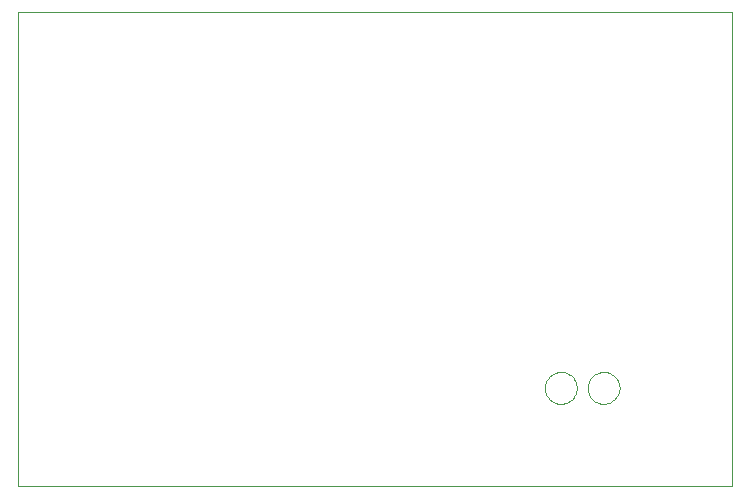
<source format=gbr>
G75*
G70*
%OFA0B0*%
%FSLAX24Y24*%
%IPPOS*%
%LPD*%
%AMOC8*
5,1,8,0,0,1.08239X$1,22.5*
%
%ADD10C,0.0000*%
D10*
X008931Y000385D02*
X008931Y016185D01*
X032731Y016185D01*
X032731Y000385D01*
X008931Y000385D01*
X026500Y003660D02*
X026502Y003706D01*
X026508Y003751D01*
X026518Y003796D01*
X026531Y003839D01*
X026548Y003882D01*
X026569Y003922D01*
X026593Y003961D01*
X026621Y003997D01*
X026652Y004031D01*
X026685Y004063D01*
X026721Y004091D01*
X026759Y004116D01*
X026799Y004138D01*
X026841Y004156D01*
X026884Y004170D01*
X026929Y004181D01*
X026974Y004188D01*
X027020Y004191D01*
X027065Y004190D01*
X027111Y004185D01*
X027156Y004176D01*
X027199Y004164D01*
X027242Y004147D01*
X027283Y004127D01*
X027322Y004104D01*
X027360Y004077D01*
X027394Y004047D01*
X027426Y004015D01*
X027455Y003979D01*
X027481Y003942D01*
X027504Y003902D01*
X027523Y003861D01*
X027538Y003818D01*
X027550Y003773D01*
X027558Y003728D01*
X027562Y003683D01*
X027562Y003637D01*
X027558Y003592D01*
X027550Y003547D01*
X027538Y003502D01*
X027523Y003459D01*
X027504Y003418D01*
X027481Y003378D01*
X027455Y003341D01*
X027426Y003305D01*
X027394Y003273D01*
X027360Y003243D01*
X027322Y003216D01*
X027283Y003193D01*
X027242Y003173D01*
X027199Y003156D01*
X027156Y003144D01*
X027111Y003135D01*
X027065Y003130D01*
X027020Y003129D01*
X026974Y003132D01*
X026929Y003139D01*
X026884Y003150D01*
X026841Y003164D01*
X026799Y003182D01*
X026759Y003204D01*
X026721Y003229D01*
X026685Y003257D01*
X026652Y003289D01*
X026621Y003323D01*
X026593Y003359D01*
X026569Y003398D01*
X026548Y003438D01*
X026531Y003481D01*
X026518Y003524D01*
X026508Y003569D01*
X026502Y003614D01*
X026500Y003660D01*
X027925Y003660D02*
X027927Y003706D01*
X027933Y003751D01*
X027943Y003796D01*
X027956Y003839D01*
X027973Y003882D01*
X027994Y003922D01*
X028018Y003961D01*
X028046Y003997D01*
X028077Y004031D01*
X028110Y004063D01*
X028146Y004091D01*
X028184Y004116D01*
X028224Y004138D01*
X028266Y004156D01*
X028309Y004170D01*
X028354Y004181D01*
X028399Y004188D01*
X028445Y004191D01*
X028490Y004190D01*
X028536Y004185D01*
X028581Y004176D01*
X028624Y004164D01*
X028667Y004147D01*
X028708Y004127D01*
X028747Y004104D01*
X028785Y004077D01*
X028819Y004047D01*
X028851Y004015D01*
X028880Y003979D01*
X028906Y003942D01*
X028929Y003902D01*
X028948Y003861D01*
X028963Y003818D01*
X028975Y003773D01*
X028983Y003728D01*
X028987Y003683D01*
X028987Y003637D01*
X028983Y003592D01*
X028975Y003547D01*
X028963Y003502D01*
X028948Y003459D01*
X028929Y003418D01*
X028906Y003378D01*
X028880Y003341D01*
X028851Y003305D01*
X028819Y003273D01*
X028785Y003243D01*
X028747Y003216D01*
X028708Y003193D01*
X028667Y003173D01*
X028624Y003156D01*
X028581Y003144D01*
X028536Y003135D01*
X028490Y003130D01*
X028445Y003129D01*
X028399Y003132D01*
X028354Y003139D01*
X028309Y003150D01*
X028266Y003164D01*
X028224Y003182D01*
X028184Y003204D01*
X028146Y003229D01*
X028110Y003257D01*
X028077Y003289D01*
X028046Y003323D01*
X028018Y003359D01*
X027994Y003398D01*
X027973Y003438D01*
X027956Y003481D01*
X027943Y003524D01*
X027933Y003569D01*
X027927Y003614D01*
X027925Y003660D01*
M02*

</source>
